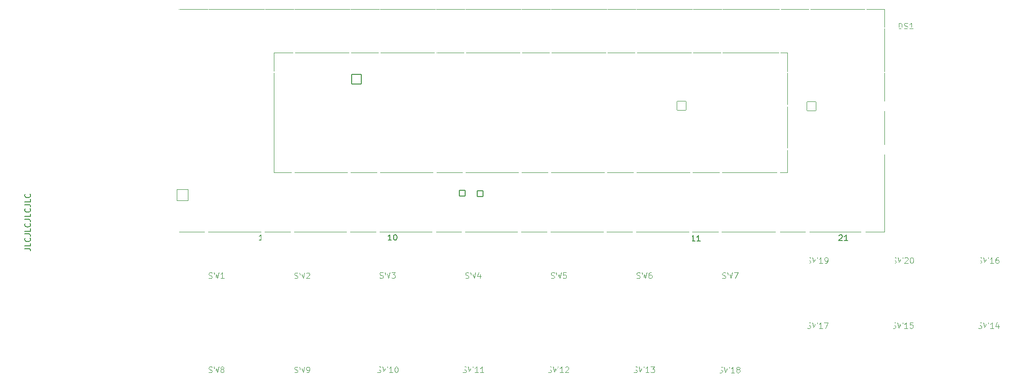
<source format=gbr>
%TF.GenerationSoftware,KiCad,Pcbnew,8.0.5*%
%TF.CreationDate,2024-09-30T13:59:48-07:00*%
%TF.ProjectId,combo_board,636f6d62-6f5f-4626-9f61-72642e6b6963,1*%
%TF.SameCoordinates,Original*%
%TF.FileFunction,Legend,Top*%
%TF.FilePolarity,Positive*%
%FSLAX46Y46*%
G04 Gerber Fmt 4.6, Leading zero omitted, Abs format (unit mm)*
G04 Created by KiCad (PCBNEW 8.0.5) date 2024-09-30 13:59:48*
%MOMM*%
%LPD*%
G01*
G04 APERTURE LIST*
G04 Aperture macros list*
%AMRoundRect*
0 Rectangle with rounded corners*
0 $1 Rounding radius*
0 $2 $3 $4 $5 $6 $7 $8 $9 X,Y pos of 4 corners*
0 Add a 4 corners polygon primitive as box body*
4,1,4,$2,$3,$4,$5,$6,$7,$8,$9,$2,$3,0*
0 Add four circle primitives for the rounded corners*
1,1,$1+$1,$2,$3*
1,1,$1+$1,$4,$5*
1,1,$1+$1,$6,$7*
1,1,$1+$1,$8,$9*
0 Add four rect primitives between the rounded corners*
20,1,$1+$1,$2,$3,$4,$5,0*
20,1,$1+$1,$4,$5,$6,$7,0*
20,1,$1+$1,$6,$7,$8,$9,0*
20,1,$1+$1,$8,$9,$2,$3,0*%
%AMFreePoly0*
4,1,59,2.130617,2.940787,2.150490,2.907192,2.151000,2.900055,2.157233,-2.909080,2.142334,-2.945159,2.106288,-2.960135,2.097876,-2.959446,1.934111,-2.932243,1.929152,-2.931163,1.608677,-2.844483,1.603221,-2.842672,1.294538,-2.720476,1.289321,-2.718062,0.996351,-2.561903,0.991438,-2.558917,0.717903,-2.370779,0.713358,-2.367260,0.462734,-2.149534,0.458614,-2.145525,0.234086,-1.900976,
0.230443,-1.896529,0.034862,-1.628266,0.031742,-1.623437,-0.132406,-1.334867,-0.134962,-1.329718,-0.265591,-1.024508,-0.267552,-1.019104,-0.363003,-0.701132,-0.364343,-0.695542,-0.423403,-0.368848,-0.424105,-0.363142,-0.446024,-0.031876,-0.446079,-0.026128,-0.430577,0.305499,-0.429986,0.311218,-0.377261,0.638995,-0.376029,0.644610,-0.286752,0.964370,-0.284897,0.969811,-0.160200,1.277492,
-0.157744,1.282689,0.000786,1.574383,0.003812,1.579272,0.194163,1.851271,0.197719,1.855787,0.417472,2.104637,0.421514,2.108725,0.667876,2.331262,0.672352,2.334869,0.942194,2.528267,0.947048,2.531347,1.236940,2.693148,1.242110,2.695662,1.548370,2.823811,1.553790,2.825728,1.872526,2.918596,1.879600,2.920122,2.092808,2.950490,2.130617,2.940787,2.130617,2.940787,
$1*%
G04 Aperture macros list end*
%ADD10C,0.150000*%
%ADD11C,0.100000*%
%ADD12C,3.225000*%
%ADD13FreePoly0,0.000000*%
%ADD14FreePoly0,180.000000*%
%ADD15O,1.802000X2.102000*%
%ADD16O,1.202000X1.902000*%
%ADD17O,1.202000X2.302000*%
%ADD18RoundRect,0.051000X0.850000X0.850000X-0.850000X0.850000X-0.850000X-0.850000X0.850000X-0.850000X0*%
%ADD19O,1.802000X1.802000*%
%ADD20RoundRect,0.051000X1.000000X-1.000000X1.000000X1.000000X-1.000000X1.000000X-1.000000X-1.000000X0*%
%ADD21C,2.102000*%
%ADD22C,3.102000*%
%ADD23RoundRect,0.051000X-0.800000X0.800000X-0.800000X-0.800000X0.800000X-0.800000X0.800000X0.800000X0*%
%ADD24O,1.702000X1.702000*%
%ADD25RoundRect,0.051000X0.500000X0.500000X-0.500000X0.500000X-0.500000X-0.500000X0.500000X-0.500000X0*%
G04 APERTURE END LIST*
D10*
X132600588Y32942864D02*
X132029160Y32942864D01*
X132314874Y32942864D02*
X132314874Y33942864D01*
X132314874Y33942864D02*
X132219636Y33800007D01*
X132219636Y33800007D02*
X132124398Y33704769D01*
X132124398Y33704769D02*
X132029160Y33657150D01*
X133552969Y32942864D02*
X132981541Y32942864D01*
X133267255Y32942864D02*
X133267255Y33942864D01*
X133267255Y33942864D02*
X133172017Y33800007D01*
X133172017Y33800007D02*
X133076779Y33704769D01*
X133076779Y33704769D02*
X132981541Y33657150D01*
X15149819Y31622494D02*
X15864104Y31622494D01*
X15864104Y31622494D02*
X16006961Y31574875D01*
X16006961Y31574875D02*
X16102200Y31479637D01*
X16102200Y31479637D02*
X16149819Y31336780D01*
X16149819Y31336780D02*
X16149819Y31241542D01*
X16149819Y32574875D02*
X16149819Y32098685D01*
X16149819Y32098685D02*
X15149819Y32098685D01*
X16054580Y33479637D02*
X16102200Y33432018D01*
X16102200Y33432018D02*
X16149819Y33289161D01*
X16149819Y33289161D02*
X16149819Y33193923D01*
X16149819Y33193923D02*
X16102200Y33051066D01*
X16102200Y33051066D02*
X16006961Y32955828D01*
X16006961Y32955828D02*
X15911723Y32908209D01*
X15911723Y32908209D02*
X15721247Y32860590D01*
X15721247Y32860590D02*
X15578390Y32860590D01*
X15578390Y32860590D02*
X15387914Y32908209D01*
X15387914Y32908209D02*
X15292676Y32955828D01*
X15292676Y32955828D02*
X15197438Y33051066D01*
X15197438Y33051066D02*
X15149819Y33193923D01*
X15149819Y33193923D02*
X15149819Y33289161D01*
X15149819Y33289161D02*
X15197438Y33432018D01*
X15197438Y33432018D02*
X15245057Y33479637D01*
X15149819Y34193923D02*
X15864104Y34193923D01*
X15864104Y34193923D02*
X16006961Y34146304D01*
X16006961Y34146304D02*
X16102200Y34051066D01*
X16102200Y34051066D02*
X16149819Y33908209D01*
X16149819Y33908209D02*
X16149819Y33812971D01*
X16149819Y35146304D02*
X16149819Y34670114D01*
X16149819Y34670114D02*
X15149819Y34670114D01*
X16054580Y36051066D02*
X16102200Y36003447D01*
X16102200Y36003447D02*
X16149819Y35860590D01*
X16149819Y35860590D02*
X16149819Y35765352D01*
X16149819Y35765352D02*
X16102200Y35622495D01*
X16102200Y35622495D02*
X16006961Y35527257D01*
X16006961Y35527257D02*
X15911723Y35479638D01*
X15911723Y35479638D02*
X15721247Y35432019D01*
X15721247Y35432019D02*
X15578390Y35432019D01*
X15578390Y35432019D02*
X15387914Y35479638D01*
X15387914Y35479638D02*
X15292676Y35527257D01*
X15292676Y35527257D02*
X15197438Y35622495D01*
X15197438Y35622495D02*
X15149819Y35765352D01*
X15149819Y35765352D02*
X15149819Y35860590D01*
X15149819Y35860590D02*
X15197438Y36003447D01*
X15197438Y36003447D02*
X15245057Y36051066D01*
X15149819Y36765352D02*
X15864104Y36765352D01*
X15864104Y36765352D02*
X16006961Y36717733D01*
X16006961Y36717733D02*
X16102200Y36622495D01*
X16102200Y36622495D02*
X16149819Y36479638D01*
X16149819Y36479638D02*
X16149819Y36384400D01*
X16149819Y37717733D02*
X16149819Y37241543D01*
X16149819Y37241543D02*
X15149819Y37241543D01*
X16054580Y38622495D02*
X16102200Y38574876D01*
X16102200Y38574876D02*
X16149819Y38432019D01*
X16149819Y38432019D02*
X16149819Y38336781D01*
X16149819Y38336781D02*
X16102200Y38193924D01*
X16102200Y38193924D02*
X16006961Y38098686D01*
X16006961Y38098686D02*
X15911723Y38051067D01*
X15911723Y38051067D02*
X15721247Y38003448D01*
X15721247Y38003448D02*
X15578390Y38003448D01*
X15578390Y38003448D02*
X15387914Y38051067D01*
X15387914Y38051067D02*
X15292676Y38098686D01*
X15292676Y38098686D02*
X15197438Y38193924D01*
X15197438Y38193924D02*
X15149819Y38336781D01*
X15149819Y38336781D02*
X15149819Y38432019D01*
X15149819Y38432019D02*
X15197438Y38574876D01*
X15197438Y38574876D02*
X15245057Y38622495D01*
X15149819Y39336781D02*
X15864104Y39336781D01*
X15864104Y39336781D02*
X16006961Y39289162D01*
X16006961Y39289162D02*
X16102200Y39193924D01*
X16102200Y39193924D02*
X16149819Y39051067D01*
X16149819Y39051067D02*
X16149819Y38955829D01*
X16149819Y40289162D02*
X16149819Y39812972D01*
X16149819Y39812972D02*
X15149819Y39812972D01*
X16054580Y41193924D02*
X16102200Y41146305D01*
X16102200Y41146305D02*
X16149819Y41003448D01*
X16149819Y41003448D02*
X16149819Y40908210D01*
X16149819Y40908210D02*
X16102200Y40765353D01*
X16102200Y40765353D02*
X16006961Y40670115D01*
X16006961Y40670115D02*
X15911723Y40622496D01*
X15911723Y40622496D02*
X15721247Y40574877D01*
X15721247Y40574877D02*
X15578390Y40574877D01*
X15578390Y40574877D02*
X15387914Y40622496D01*
X15387914Y40622496D02*
X15292676Y40670115D01*
X15292676Y40670115D02*
X15197438Y40765353D01*
X15197438Y40765353D02*
X15149819Y40908210D01*
X15149819Y40908210D02*
X15149819Y41003448D01*
X15149819Y41003448D02*
X15197438Y41146305D01*
X15197438Y41146305D02*
X15245057Y41193924D01*
X56870588Y33102864D02*
X56299160Y33102864D01*
X56584874Y33102864D02*
X56584874Y34102864D01*
X56584874Y34102864D02*
X56489636Y33960007D01*
X56489636Y33960007D02*
X56394398Y33864769D01*
X56394398Y33864769D02*
X56299160Y33817150D01*
X157869160Y33927626D02*
X157916779Y33975245D01*
X157916779Y33975245D02*
X158012017Y34022864D01*
X158012017Y34022864D02*
X158250112Y34022864D01*
X158250112Y34022864D02*
X158345350Y33975245D01*
X158345350Y33975245D02*
X158392969Y33927626D01*
X158392969Y33927626D02*
X158440588Y33832388D01*
X158440588Y33832388D02*
X158440588Y33737150D01*
X158440588Y33737150D02*
X158392969Y33594293D01*
X158392969Y33594293D02*
X157821541Y33022864D01*
X157821541Y33022864D02*
X158440588Y33022864D01*
X159392969Y33022864D02*
X158821541Y33022864D01*
X159107255Y33022864D02*
X159107255Y34022864D01*
X159107255Y34022864D02*
X159012017Y33880007D01*
X159012017Y33880007D02*
X158916779Y33784769D01*
X158916779Y33784769D02*
X158821541Y33737150D01*
X79410588Y33102864D02*
X78839160Y33102864D01*
X79124874Y33102864D02*
X79124874Y34102864D01*
X79124874Y34102864D02*
X79029636Y33960007D01*
X79029636Y33960007D02*
X78934398Y33864769D01*
X78934398Y33864769D02*
X78839160Y33817150D01*
X80029636Y34102864D02*
X80124874Y34102864D01*
X80124874Y34102864D02*
X80220112Y34055245D01*
X80220112Y34055245D02*
X80267731Y34007626D01*
X80267731Y34007626D02*
X80315350Y33912388D01*
X80315350Y33912388D02*
X80362969Y33721912D01*
X80362969Y33721912D02*
X80362969Y33483817D01*
X80362969Y33483817D02*
X80315350Y33293341D01*
X80315350Y33293341D02*
X80267731Y33198103D01*
X80267731Y33198103D02*
X80220112Y33150483D01*
X80220112Y33150483D02*
X80124874Y33102864D01*
X80124874Y33102864D02*
X80029636Y33102864D01*
X80029636Y33102864D02*
X79934398Y33150483D01*
X79934398Y33150483D02*
X79886779Y33198103D01*
X79886779Y33198103D02*
X79839160Y33293341D01*
X79839160Y33293341D02*
X79791541Y33483817D01*
X79791541Y33483817D02*
X79791541Y33721912D01*
X79791541Y33721912D02*
X79839160Y33912388D01*
X79839160Y33912388D02*
X79886779Y34007626D01*
X79886779Y34007626D02*
X79934398Y34055245D01*
X79934398Y34055245D02*
X80029636Y34102864D01*
D11*
X136850476Y9932900D02*
X136993333Y9885281D01*
X136993333Y9885281D02*
X137231428Y9885281D01*
X137231428Y9885281D02*
X137326666Y9932900D01*
X137326666Y9932900D02*
X137374285Y9980520D01*
X137374285Y9980520D02*
X137421904Y10075758D01*
X137421904Y10075758D02*
X137421904Y10170996D01*
X137421904Y10170996D02*
X137374285Y10266234D01*
X137374285Y10266234D02*
X137326666Y10313853D01*
X137326666Y10313853D02*
X137231428Y10361472D01*
X137231428Y10361472D02*
X137040952Y10409091D01*
X137040952Y10409091D02*
X136945714Y10456710D01*
X136945714Y10456710D02*
X136898095Y10504329D01*
X136898095Y10504329D02*
X136850476Y10599567D01*
X136850476Y10599567D02*
X136850476Y10694805D01*
X136850476Y10694805D02*
X136898095Y10790043D01*
X136898095Y10790043D02*
X136945714Y10837662D01*
X136945714Y10837662D02*
X137040952Y10885281D01*
X137040952Y10885281D02*
X137279047Y10885281D01*
X137279047Y10885281D02*
X137421904Y10837662D01*
X137755238Y10885281D02*
X137993333Y9885281D01*
X137993333Y9885281D02*
X138183809Y10599567D01*
X138183809Y10599567D02*
X138374285Y9885281D01*
X138374285Y9885281D02*
X138612381Y10885281D01*
X139517142Y9885281D02*
X138945714Y9885281D01*
X139231428Y9885281D02*
X139231428Y10885281D01*
X139231428Y10885281D02*
X139136190Y10742424D01*
X139136190Y10742424D02*
X139040952Y10647186D01*
X139040952Y10647186D02*
X138945714Y10599567D01*
X140088571Y10456710D02*
X139993333Y10504329D01*
X139993333Y10504329D02*
X139945714Y10551948D01*
X139945714Y10551948D02*
X139898095Y10647186D01*
X139898095Y10647186D02*
X139898095Y10694805D01*
X139898095Y10694805D02*
X139945714Y10790043D01*
X139945714Y10790043D02*
X139993333Y10837662D01*
X139993333Y10837662D02*
X140088571Y10885281D01*
X140088571Y10885281D02*
X140279047Y10885281D01*
X140279047Y10885281D02*
X140374285Y10837662D01*
X140374285Y10837662D02*
X140421904Y10790043D01*
X140421904Y10790043D02*
X140469523Y10694805D01*
X140469523Y10694805D02*
X140469523Y10647186D01*
X140469523Y10647186D02*
X140421904Y10551948D01*
X140421904Y10551948D02*
X140374285Y10504329D01*
X140374285Y10504329D02*
X140279047Y10456710D01*
X140279047Y10456710D02*
X140088571Y10456710D01*
X140088571Y10456710D02*
X139993333Y10409091D01*
X139993333Y10409091D02*
X139945714Y10361472D01*
X139945714Y10361472D02*
X139898095Y10266234D01*
X139898095Y10266234D02*
X139898095Y10075758D01*
X139898095Y10075758D02*
X139945714Y9980520D01*
X139945714Y9980520D02*
X139993333Y9932900D01*
X139993333Y9932900D02*
X140088571Y9885281D01*
X140088571Y9885281D02*
X140279047Y9885281D01*
X140279047Y9885281D02*
X140374285Y9932900D01*
X140374285Y9932900D02*
X140421904Y9980520D01*
X140421904Y9980520D02*
X140469523Y10075758D01*
X140469523Y10075758D02*
X140469523Y10266234D01*
X140469523Y10266234D02*
X140421904Y10361472D01*
X140421904Y10361472D02*
X140374285Y10409091D01*
X140374285Y10409091D02*
X140279047Y10456710D01*
X76930476Y9962900D02*
X77073333Y9915281D01*
X77073333Y9915281D02*
X77311428Y9915281D01*
X77311428Y9915281D02*
X77406666Y9962900D01*
X77406666Y9962900D02*
X77454285Y10010520D01*
X77454285Y10010520D02*
X77501904Y10105758D01*
X77501904Y10105758D02*
X77501904Y10200996D01*
X77501904Y10200996D02*
X77454285Y10296234D01*
X77454285Y10296234D02*
X77406666Y10343853D01*
X77406666Y10343853D02*
X77311428Y10391472D01*
X77311428Y10391472D02*
X77120952Y10439091D01*
X77120952Y10439091D02*
X77025714Y10486710D01*
X77025714Y10486710D02*
X76978095Y10534329D01*
X76978095Y10534329D02*
X76930476Y10629567D01*
X76930476Y10629567D02*
X76930476Y10724805D01*
X76930476Y10724805D02*
X76978095Y10820043D01*
X76978095Y10820043D02*
X77025714Y10867662D01*
X77025714Y10867662D02*
X77120952Y10915281D01*
X77120952Y10915281D02*
X77359047Y10915281D01*
X77359047Y10915281D02*
X77501904Y10867662D01*
X77835238Y10915281D02*
X78073333Y9915281D01*
X78073333Y9915281D02*
X78263809Y10629567D01*
X78263809Y10629567D02*
X78454285Y9915281D01*
X78454285Y9915281D02*
X78692381Y10915281D01*
X79597142Y9915281D02*
X79025714Y9915281D01*
X79311428Y9915281D02*
X79311428Y10915281D01*
X79311428Y10915281D02*
X79216190Y10772424D01*
X79216190Y10772424D02*
X79120952Y10677186D01*
X79120952Y10677186D02*
X79025714Y10629567D01*
X80216190Y10915281D02*
X80311428Y10915281D01*
X80311428Y10915281D02*
X80406666Y10867662D01*
X80406666Y10867662D02*
X80454285Y10820043D01*
X80454285Y10820043D02*
X80501904Y10724805D01*
X80501904Y10724805D02*
X80549523Y10534329D01*
X80549523Y10534329D02*
X80549523Y10296234D01*
X80549523Y10296234D02*
X80501904Y10105758D01*
X80501904Y10105758D02*
X80454285Y10010520D01*
X80454285Y10010520D02*
X80406666Y9962900D01*
X80406666Y9962900D02*
X80311428Y9915281D01*
X80311428Y9915281D02*
X80216190Y9915281D01*
X80216190Y9915281D02*
X80120952Y9962900D01*
X80120952Y9962900D02*
X80073333Y10010520D01*
X80073333Y10010520D02*
X80025714Y10105758D01*
X80025714Y10105758D02*
X79978095Y10296234D01*
X79978095Y10296234D02*
X79978095Y10534329D01*
X79978095Y10534329D02*
X80025714Y10724805D01*
X80025714Y10724805D02*
X80073333Y10820043D01*
X80073333Y10820043D02*
X80120952Y10867662D01*
X80120952Y10867662D02*
X80216190Y10915281D01*
X137416667Y26472900D02*
X137559524Y26425281D01*
X137559524Y26425281D02*
X137797619Y26425281D01*
X137797619Y26425281D02*
X137892857Y26472900D01*
X137892857Y26472900D02*
X137940476Y26520520D01*
X137940476Y26520520D02*
X137988095Y26615758D01*
X137988095Y26615758D02*
X137988095Y26710996D01*
X137988095Y26710996D02*
X137940476Y26806234D01*
X137940476Y26806234D02*
X137892857Y26853853D01*
X137892857Y26853853D02*
X137797619Y26901472D01*
X137797619Y26901472D02*
X137607143Y26949091D01*
X137607143Y26949091D02*
X137511905Y26996710D01*
X137511905Y26996710D02*
X137464286Y27044329D01*
X137464286Y27044329D02*
X137416667Y27139567D01*
X137416667Y27139567D02*
X137416667Y27234805D01*
X137416667Y27234805D02*
X137464286Y27330043D01*
X137464286Y27330043D02*
X137511905Y27377662D01*
X137511905Y27377662D02*
X137607143Y27425281D01*
X137607143Y27425281D02*
X137845238Y27425281D01*
X137845238Y27425281D02*
X137988095Y27377662D01*
X138321429Y27425281D02*
X138559524Y26425281D01*
X138559524Y26425281D02*
X138750000Y27139567D01*
X138750000Y27139567D02*
X138940476Y26425281D01*
X138940476Y26425281D02*
X139178572Y27425281D01*
X139464286Y27425281D02*
X140130952Y27425281D01*
X140130952Y27425281D02*
X139702381Y26425281D01*
X62406667Y26462900D02*
X62549524Y26415281D01*
X62549524Y26415281D02*
X62787619Y26415281D01*
X62787619Y26415281D02*
X62882857Y26462900D01*
X62882857Y26462900D02*
X62930476Y26510520D01*
X62930476Y26510520D02*
X62978095Y26605758D01*
X62978095Y26605758D02*
X62978095Y26700996D01*
X62978095Y26700996D02*
X62930476Y26796234D01*
X62930476Y26796234D02*
X62882857Y26843853D01*
X62882857Y26843853D02*
X62787619Y26891472D01*
X62787619Y26891472D02*
X62597143Y26939091D01*
X62597143Y26939091D02*
X62501905Y26986710D01*
X62501905Y26986710D02*
X62454286Y27034329D01*
X62454286Y27034329D02*
X62406667Y27129567D01*
X62406667Y27129567D02*
X62406667Y27224805D01*
X62406667Y27224805D02*
X62454286Y27320043D01*
X62454286Y27320043D02*
X62501905Y27367662D01*
X62501905Y27367662D02*
X62597143Y27415281D01*
X62597143Y27415281D02*
X62835238Y27415281D01*
X62835238Y27415281D02*
X62978095Y27367662D01*
X63311429Y27415281D02*
X63549524Y26415281D01*
X63549524Y26415281D02*
X63740000Y27129567D01*
X63740000Y27129567D02*
X63930476Y26415281D01*
X63930476Y26415281D02*
X64168572Y27415281D01*
X64501905Y27320043D02*
X64549524Y27367662D01*
X64549524Y27367662D02*
X64644762Y27415281D01*
X64644762Y27415281D02*
X64882857Y27415281D01*
X64882857Y27415281D02*
X64978095Y27367662D01*
X64978095Y27367662D02*
X65025714Y27320043D01*
X65025714Y27320043D02*
X65073333Y27224805D01*
X65073333Y27224805D02*
X65073333Y27129567D01*
X65073333Y27129567D02*
X65025714Y26986710D01*
X65025714Y26986710D02*
X64454286Y26415281D01*
X64454286Y26415281D02*
X65073333Y26415281D01*
X152280476Y29112900D02*
X152423333Y29065281D01*
X152423333Y29065281D02*
X152661428Y29065281D01*
X152661428Y29065281D02*
X152756666Y29112900D01*
X152756666Y29112900D02*
X152804285Y29160520D01*
X152804285Y29160520D02*
X152851904Y29255758D01*
X152851904Y29255758D02*
X152851904Y29350996D01*
X152851904Y29350996D02*
X152804285Y29446234D01*
X152804285Y29446234D02*
X152756666Y29493853D01*
X152756666Y29493853D02*
X152661428Y29541472D01*
X152661428Y29541472D02*
X152470952Y29589091D01*
X152470952Y29589091D02*
X152375714Y29636710D01*
X152375714Y29636710D02*
X152328095Y29684329D01*
X152328095Y29684329D02*
X152280476Y29779567D01*
X152280476Y29779567D02*
X152280476Y29874805D01*
X152280476Y29874805D02*
X152328095Y29970043D01*
X152328095Y29970043D02*
X152375714Y30017662D01*
X152375714Y30017662D02*
X152470952Y30065281D01*
X152470952Y30065281D02*
X152709047Y30065281D01*
X152709047Y30065281D02*
X152851904Y30017662D01*
X153185238Y30065281D02*
X153423333Y29065281D01*
X153423333Y29065281D02*
X153613809Y29779567D01*
X153613809Y29779567D02*
X153804285Y29065281D01*
X153804285Y29065281D02*
X154042381Y30065281D01*
X154947142Y29065281D02*
X154375714Y29065281D01*
X154661428Y29065281D02*
X154661428Y30065281D01*
X154661428Y30065281D02*
X154566190Y29922424D01*
X154566190Y29922424D02*
X154470952Y29827186D01*
X154470952Y29827186D02*
X154375714Y29779567D01*
X155423333Y29065281D02*
X155613809Y29065281D01*
X155613809Y29065281D02*
X155709047Y29112900D01*
X155709047Y29112900D02*
X155756666Y29160520D01*
X155756666Y29160520D02*
X155851904Y29303377D01*
X155851904Y29303377D02*
X155899523Y29493853D01*
X155899523Y29493853D02*
X155899523Y29874805D01*
X155899523Y29874805D02*
X155851904Y29970043D01*
X155851904Y29970043D02*
X155804285Y30017662D01*
X155804285Y30017662D02*
X155709047Y30065281D01*
X155709047Y30065281D02*
X155518571Y30065281D01*
X155518571Y30065281D02*
X155423333Y30017662D01*
X155423333Y30017662D02*
X155375714Y29970043D01*
X155375714Y29970043D02*
X155328095Y29874805D01*
X155328095Y29874805D02*
X155328095Y29636710D01*
X155328095Y29636710D02*
X155375714Y29541472D01*
X155375714Y29541472D02*
X155423333Y29493853D01*
X155423333Y29493853D02*
X155518571Y29446234D01*
X155518571Y29446234D02*
X155709047Y29446234D01*
X155709047Y29446234D02*
X155804285Y29493853D01*
X155804285Y29493853D02*
X155851904Y29541472D01*
X155851904Y29541472D02*
X155899523Y29636710D01*
X121880476Y9962900D02*
X122023333Y9915281D01*
X122023333Y9915281D02*
X122261428Y9915281D01*
X122261428Y9915281D02*
X122356666Y9962900D01*
X122356666Y9962900D02*
X122404285Y10010520D01*
X122404285Y10010520D02*
X122451904Y10105758D01*
X122451904Y10105758D02*
X122451904Y10200996D01*
X122451904Y10200996D02*
X122404285Y10296234D01*
X122404285Y10296234D02*
X122356666Y10343853D01*
X122356666Y10343853D02*
X122261428Y10391472D01*
X122261428Y10391472D02*
X122070952Y10439091D01*
X122070952Y10439091D02*
X121975714Y10486710D01*
X121975714Y10486710D02*
X121928095Y10534329D01*
X121928095Y10534329D02*
X121880476Y10629567D01*
X121880476Y10629567D02*
X121880476Y10724805D01*
X121880476Y10724805D02*
X121928095Y10820043D01*
X121928095Y10820043D02*
X121975714Y10867662D01*
X121975714Y10867662D02*
X122070952Y10915281D01*
X122070952Y10915281D02*
X122309047Y10915281D01*
X122309047Y10915281D02*
X122451904Y10867662D01*
X122785238Y10915281D02*
X123023333Y9915281D01*
X123023333Y9915281D02*
X123213809Y10629567D01*
X123213809Y10629567D02*
X123404285Y9915281D01*
X123404285Y9915281D02*
X123642381Y10915281D01*
X124547142Y9915281D02*
X123975714Y9915281D01*
X124261428Y9915281D02*
X124261428Y10915281D01*
X124261428Y10915281D02*
X124166190Y10772424D01*
X124166190Y10772424D02*
X124070952Y10677186D01*
X124070952Y10677186D02*
X123975714Y10629567D01*
X124880476Y10915281D02*
X125499523Y10915281D01*
X125499523Y10915281D02*
X125166190Y10534329D01*
X125166190Y10534329D02*
X125309047Y10534329D01*
X125309047Y10534329D02*
X125404285Y10486710D01*
X125404285Y10486710D02*
X125451904Y10439091D01*
X125451904Y10439091D02*
X125499523Y10343853D01*
X125499523Y10343853D02*
X125499523Y10105758D01*
X125499523Y10105758D02*
X125451904Y10010520D01*
X125451904Y10010520D02*
X125404285Y9962900D01*
X125404285Y9962900D02*
X125309047Y9915281D01*
X125309047Y9915281D02*
X125023333Y9915281D01*
X125023333Y9915281D02*
X124928095Y9962900D01*
X124928095Y9962900D02*
X124880476Y10010520D01*
X77376667Y26512900D02*
X77519524Y26465281D01*
X77519524Y26465281D02*
X77757619Y26465281D01*
X77757619Y26465281D02*
X77852857Y26512900D01*
X77852857Y26512900D02*
X77900476Y26560520D01*
X77900476Y26560520D02*
X77948095Y26655758D01*
X77948095Y26655758D02*
X77948095Y26750996D01*
X77948095Y26750996D02*
X77900476Y26846234D01*
X77900476Y26846234D02*
X77852857Y26893853D01*
X77852857Y26893853D02*
X77757619Y26941472D01*
X77757619Y26941472D02*
X77567143Y26989091D01*
X77567143Y26989091D02*
X77471905Y27036710D01*
X77471905Y27036710D02*
X77424286Y27084329D01*
X77424286Y27084329D02*
X77376667Y27179567D01*
X77376667Y27179567D02*
X77376667Y27274805D01*
X77376667Y27274805D02*
X77424286Y27370043D01*
X77424286Y27370043D02*
X77471905Y27417662D01*
X77471905Y27417662D02*
X77567143Y27465281D01*
X77567143Y27465281D02*
X77805238Y27465281D01*
X77805238Y27465281D02*
X77948095Y27417662D01*
X78281429Y27465281D02*
X78519524Y26465281D01*
X78519524Y26465281D02*
X78710000Y27179567D01*
X78710000Y27179567D02*
X78900476Y26465281D01*
X78900476Y26465281D02*
X79138572Y27465281D01*
X79424286Y27465281D02*
X80043333Y27465281D01*
X80043333Y27465281D02*
X79710000Y27084329D01*
X79710000Y27084329D02*
X79852857Y27084329D01*
X79852857Y27084329D02*
X79948095Y27036710D01*
X79948095Y27036710D02*
X79995714Y26989091D01*
X79995714Y26989091D02*
X80043333Y26893853D01*
X80043333Y26893853D02*
X80043333Y26655758D01*
X80043333Y26655758D02*
X79995714Y26560520D01*
X79995714Y26560520D02*
X79948095Y26512900D01*
X79948095Y26512900D02*
X79852857Y26465281D01*
X79852857Y26465281D02*
X79567143Y26465281D01*
X79567143Y26465281D02*
X79471905Y26512900D01*
X79471905Y26512900D02*
X79424286Y26560520D01*
X182260476Y29112900D02*
X182403333Y29065281D01*
X182403333Y29065281D02*
X182641428Y29065281D01*
X182641428Y29065281D02*
X182736666Y29112900D01*
X182736666Y29112900D02*
X182784285Y29160520D01*
X182784285Y29160520D02*
X182831904Y29255758D01*
X182831904Y29255758D02*
X182831904Y29350996D01*
X182831904Y29350996D02*
X182784285Y29446234D01*
X182784285Y29446234D02*
X182736666Y29493853D01*
X182736666Y29493853D02*
X182641428Y29541472D01*
X182641428Y29541472D02*
X182450952Y29589091D01*
X182450952Y29589091D02*
X182355714Y29636710D01*
X182355714Y29636710D02*
X182308095Y29684329D01*
X182308095Y29684329D02*
X182260476Y29779567D01*
X182260476Y29779567D02*
X182260476Y29874805D01*
X182260476Y29874805D02*
X182308095Y29970043D01*
X182308095Y29970043D02*
X182355714Y30017662D01*
X182355714Y30017662D02*
X182450952Y30065281D01*
X182450952Y30065281D02*
X182689047Y30065281D01*
X182689047Y30065281D02*
X182831904Y30017662D01*
X183165238Y30065281D02*
X183403333Y29065281D01*
X183403333Y29065281D02*
X183593809Y29779567D01*
X183593809Y29779567D02*
X183784285Y29065281D01*
X183784285Y29065281D02*
X184022381Y30065281D01*
X184927142Y29065281D02*
X184355714Y29065281D01*
X184641428Y29065281D02*
X184641428Y30065281D01*
X184641428Y30065281D02*
X184546190Y29922424D01*
X184546190Y29922424D02*
X184450952Y29827186D01*
X184450952Y29827186D02*
X184355714Y29779567D01*
X185784285Y30065281D02*
X185593809Y30065281D01*
X185593809Y30065281D02*
X185498571Y30017662D01*
X185498571Y30017662D02*
X185450952Y29970043D01*
X185450952Y29970043D02*
X185355714Y29827186D01*
X185355714Y29827186D02*
X185308095Y29636710D01*
X185308095Y29636710D02*
X185308095Y29255758D01*
X185308095Y29255758D02*
X185355714Y29160520D01*
X185355714Y29160520D02*
X185403333Y29112900D01*
X185403333Y29112900D02*
X185498571Y29065281D01*
X185498571Y29065281D02*
X185689047Y29065281D01*
X185689047Y29065281D02*
X185784285Y29112900D01*
X185784285Y29112900D02*
X185831904Y29160520D01*
X185831904Y29160520D02*
X185879523Y29255758D01*
X185879523Y29255758D02*
X185879523Y29493853D01*
X185879523Y29493853D02*
X185831904Y29589091D01*
X185831904Y29589091D02*
X185784285Y29636710D01*
X185784285Y29636710D02*
X185689047Y29684329D01*
X185689047Y29684329D02*
X185498571Y29684329D01*
X185498571Y29684329D02*
X185403333Y29636710D01*
X185403333Y29636710D02*
X185355714Y29589091D01*
X185355714Y29589091D02*
X185308095Y29493853D01*
X47386667Y26470200D02*
X47529524Y26422581D01*
X47529524Y26422581D02*
X47767619Y26422581D01*
X47767619Y26422581D02*
X47862857Y26470200D01*
X47862857Y26470200D02*
X47910476Y26517820D01*
X47910476Y26517820D02*
X47958095Y26613058D01*
X47958095Y26613058D02*
X47958095Y26708296D01*
X47958095Y26708296D02*
X47910476Y26803534D01*
X47910476Y26803534D02*
X47862857Y26851153D01*
X47862857Y26851153D02*
X47767619Y26898772D01*
X47767619Y26898772D02*
X47577143Y26946391D01*
X47577143Y26946391D02*
X47481905Y26994010D01*
X47481905Y26994010D02*
X47434286Y27041629D01*
X47434286Y27041629D02*
X47386667Y27136867D01*
X47386667Y27136867D02*
X47386667Y27232105D01*
X47386667Y27232105D02*
X47434286Y27327343D01*
X47434286Y27327343D02*
X47481905Y27374962D01*
X47481905Y27374962D02*
X47577143Y27422581D01*
X47577143Y27422581D02*
X47815238Y27422581D01*
X47815238Y27422581D02*
X47958095Y27374962D01*
X48291429Y27422581D02*
X48529524Y26422581D01*
X48529524Y26422581D02*
X48720000Y27136867D01*
X48720000Y27136867D02*
X48910476Y26422581D01*
X48910476Y26422581D02*
X49148572Y27422581D01*
X50053333Y26422581D02*
X49481905Y26422581D01*
X49767619Y26422581D02*
X49767619Y27422581D01*
X49767619Y27422581D02*
X49672381Y27279724D01*
X49672381Y27279724D02*
X49577143Y27184486D01*
X49577143Y27184486D02*
X49481905Y27136867D01*
X122396667Y26482900D02*
X122539524Y26435281D01*
X122539524Y26435281D02*
X122777619Y26435281D01*
X122777619Y26435281D02*
X122872857Y26482900D01*
X122872857Y26482900D02*
X122920476Y26530520D01*
X122920476Y26530520D02*
X122968095Y26625758D01*
X122968095Y26625758D02*
X122968095Y26720996D01*
X122968095Y26720996D02*
X122920476Y26816234D01*
X122920476Y26816234D02*
X122872857Y26863853D01*
X122872857Y26863853D02*
X122777619Y26911472D01*
X122777619Y26911472D02*
X122587143Y26959091D01*
X122587143Y26959091D02*
X122491905Y27006710D01*
X122491905Y27006710D02*
X122444286Y27054329D01*
X122444286Y27054329D02*
X122396667Y27149567D01*
X122396667Y27149567D02*
X122396667Y27244805D01*
X122396667Y27244805D02*
X122444286Y27340043D01*
X122444286Y27340043D02*
X122491905Y27387662D01*
X122491905Y27387662D02*
X122587143Y27435281D01*
X122587143Y27435281D02*
X122825238Y27435281D01*
X122825238Y27435281D02*
X122968095Y27387662D01*
X123301429Y27435281D02*
X123539524Y26435281D01*
X123539524Y26435281D02*
X123730000Y27149567D01*
X123730000Y27149567D02*
X123920476Y26435281D01*
X123920476Y26435281D02*
X124158572Y27435281D01*
X124968095Y27435281D02*
X124777619Y27435281D01*
X124777619Y27435281D02*
X124682381Y27387662D01*
X124682381Y27387662D02*
X124634762Y27340043D01*
X124634762Y27340043D02*
X124539524Y27197186D01*
X124539524Y27197186D02*
X124491905Y27006710D01*
X124491905Y27006710D02*
X124491905Y26625758D01*
X124491905Y26625758D02*
X124539524Y26530520D01*
X124539524Y26530520D02*
X124587143Y26482900D01*
X124587143Y26482900D02*
X124682381Y26435281D01*
X124682381Y26435281D02*
X124872857Y26435281D01*
X124872857Y26435281D02*
X124968095Y26482900D01*
X124968095Y26482900D02*
X125015714Y26530520D01*
X125015714Y26530520D02*
X125063333Y26625758D01*
X125063333Y26625758D02*
X125063333Y26863853D01*
X125063333Y26863853D02*
X125015714Y26959091D01*
X125015714Y26959091D02*
X124968095Y27006710D01*
X124968095Y27006710D02*
X124872857Y27054329D01*
X124872857Y27054329D02*
X124682381Y27054329D01*
X124682381Y27054329D02*
X124587143Y27006710D01*
X124587143Y27006710D02*
X124539524Y26959091D01*
X124539524Y26959091D02*
X124491905Y26863853D01*
X92386667Y26482900D02*
X92529524Y26435281D01*
X92529524Y26435281D02*
X92767619Y26435281D01*
X92767619Y26435281D02*
X92862857Y26482900D01*
X92862857Y26482900D02*
X92910476Y26530520D01*
X92910476Y26530520D02*
X92958095Y26625758D01*
X92958095Y26625758D02*
X92958095Y26720996D01*
X92958095Y26720996D02*
X92910476Y26816234D01*
X92910476Y26816234D02*
X92862857Y26863853D01*
X92862857Y26863853D02*
X92767619Y26911472D01*
X92767619Y26911472D02*
X92577143Y26959091D01*
X92577143Y26959091D02*
X92481905Y27006710D01*
X92481905Y27006710D02*
X92434286Y27054329D01*
X92434286Y27054329D02*
X92386667Y27149567D01*
X92386667Y27149567D02*
X92386667Y27244805D01*
X92386667Y27244805D02*
X92434286Y27340043D01*
X92434286Y27340043D02*
X92481905Y27387662D01*
X92481905Y27387662D02*
X92577143Y27435281D01*
X92577143Y27435281D02*
X92815238Y27435281D01*
X92815238Y27435281D02*
X92958095Y27387662D01*
X93291429Y27435281D02*
X93529524Y26435281D01*
X93529524Y26435281D02*
X93720000Y27149567D01*
X93720000Y27149567D02*
X93910476Y26435281D01*
X93910476Y26435281D02*
X94148572Y27435281D01*
X94958095Y27101948D02*
X94958095Y26435281D01*
X94720000Y27482900D02*
X94481905Y26768615D01*
X94481905Y26768615D02*
X95100952Y26768615D01*
X91950476Y9962900D02*
X92093333Y9915281D01*
X92093333Y9915281D02*
X92331428Y9915281D01*
X92331428Y9915281D02*
X92426666Y9962900D01*
X92426666Y9962900D02*
X92474285Y10010520D01*
X92474285Y10010520D02*
X92521904Y10105758D01*
X92521904Y10105758D02*
X92521904Y10200996D01*
X92521904Y10200996D02*
X92474285Y10296234D01*
X92474285Y10296234D02*
X92426666Y10343853D01*
X92426666Y10343853D02*
X92331428Y10391472D01*
X92331428Y10391472D02*
X92140952Y10439091D01*
X92140952Y10439091D02*
X92045714Y10486710D01*
X92045714Y10486710D02*
X91998095Y10534329D01*
X91998095Y10534329D02*
X91950476Y10629567D01*
X91950476Y10629567D02*
X91950476Y10724805D01*
X91950476Y10724805D02*
X91998095Y10820043D01*
X91998095Y10820043D02*
X92045714Y10867662D01*
X92045714Y10867662D02*
X92140952Y10915281D01*
X92140952Y10915281D02*
X92379047Y10915281D01*
X92379047Y10915281D02*
X92521904Y10867662D01*
X92855238Y10915281D02*
X93093333Y9915281D01*
X93093333Y9915281D02*
X93283809Y10629567D01*
X93283809Y10629567D02*
X93474285Y9915281D01*
X93474285Y9915281D02*
X93712381Y10915281D01*
X94617142Y9915281D02*
X94045714Y9915281D01*
X94331428Y9915281D02*
X94331428Y10915281D01*
X94331428Y10915281D02*
X94236190Y10772424D01*
X94236190Y10772424D02*
X94140952Y10677186D01*
X94140952Y10677186D02*
X94045714Y10629567D01*
X95569523Y9915281D02*
X94998095Y9915281D01*
X95283809Y9915281D02*
X95283809Y10915281D01*
X95283809Y10915281D02*
X95188571Y10772424D01*
X95188571Y10772424D02*
X95093333Y10677186D01*
X95093333Y10677186D02*
X94998095Y10629567D01*
X182290476Y17712900D02*
X182433333Y17665281D01*
X182433333Y17665281D02*
X182671428Y17665281D01*
X182671428Y17665281D02*
X182766666Y17712900D01*
X182766666Y17712900D02*
X182814285Y17760520D01*
X182814285Y17760520D02*
X182861904Y17855758D01*
X182861904Y17855758D02*
X182861904Y17950996D01*
X182861904Y17950996D02*
X182814285Y18046234D01*
X182814285Y18046234D02*
X182766666Y18093853D01*
X182766666Y18093853D02*
X182671428Y18141472D01*
X182671428Y18141472D02*
X182480952Y18189091D01*
X182480952Y18189091D02*
X182385714Y18236710D01*
X182385714Y18236710D02*
X182338095Y18284329D01*
X182338095Y18284329D02*
X182290476Y18379567D01*
X182290476Y18379567D02*
X182290476Y18474805D01*
X182290476Y18474805D02*
X182338095Y18570043D01*
X182338095Y18570043D02*
X182385714Y18617662D01*
X182385714Y18617662D02*
X182480952Y18665281D01*
X182480952Y18665281D02*
X182719047Y18665281D01*
X182719047Y18665281D02*
X182861904Y18617662D01*
X183195238Y18665281D02*
X183433333Y17665281D01*
X183433333Y17665281D02*
X183623809Y18379567D01*
X183623809Y18379567D02*
X183814285Y17665281D01*
X183814285Y17665281D02*
X184052381Y18665281D01*
X184957142Y17665281D02*
X184385714Y17665281D01*
X184671428Y17665281D02*
X184671428Y18665281D01*
X184671428Y18665281D02*
X184576190Y18522424D01*
X184576190Y18522424D02*
X184480952Y18427186D01*
X184480952Y18427186D02*
X184385714Y18379567D01*
X185814285Y18331948D02*
X185814285Y17665281D01*
X185576190Y18712900D02*
X185338095Y17998615D01*
X185338095Y17998615D02*
X185957142Y17998615D01*
X47376667Y9962900D02*
X47519524Y9915281D01*
X47519524Y9915281D02*
X47757619Y9915281D01*
X47757619Y9915281D02*
X47852857Y9962900D01*
X47852857Y9962900D02*
X47900476Y10010520D01*
X47900476Y10010520D02*
X47948095Y10105758D01*
X47948095Y10105758D02*
X47948095Y10200996D01*
X47948095Y10200996D02*
X47900476Y10296234D01*
X47900476Y10296234D02*
X47852857Y10343853D01*
X47852857Y10343853D02*
X47757619Y10391472D01*
X47757619Y10391472D02*
X47567143Y10439091D01*
X47567143Y10439091D02*
X47471905Y10486710D01*
X47471905Y10486710D02*
X47424286Y10534329D01*
X47424286Y10534329D02*
X47376667Y10629567D01*
X47376667Y10629567D02*
X47376667Y10724805D01*
X47376667Y10724805D02*
X47424286Y10820043D01*
X47424286Y10820043D02*
X47471905Y10867662D01*
X47471905Y10867662D02*
X47567143Y10915281D01*
X47567143Y10915281D02*
X47805238Y10915281D01*
X47805238Y10915281D02*
X47948095Y10867662D01*
X48281429Y10915281D02*
X48519524Y9915281D01*
X48519524Y9915281D02*
X48710000Y10629567D01*
X48710000Y10629567D02*
X48900476Y9915281D01*
X48900476Y9915281D02*
X49138572Y10915281D01*
X49662381Y10486710D02*
X49567143Y10534329D01*
X49567143Y10534329D02*
X49519524Y10581948D01*
X49519524Y10581948D02*
X49471905Y10677186D01*
X49471905Y10677186D02*
X49471905Y10724805D01*
X49471905Y10724805D02*
X49519524Y10820043D01*
X49519524Y10820043D02*
X49567143Y10867662D01*
X49567143Y10867662D02*
X49662381Y10915281D01*
X49662381Y10915281D02*
X49852857Y10915281D01*
X49852857Y10915281D02*
X49948095Y10867662D01*
X49948095Y10867662D02*
X49995714Y10820043D01*
X49995714Y10820043D02*
X50043333Y10724805D01*
X50043333Y10724805D02*
X50043333Y10677186D01*
X50043333Y10677186D02*
X49995714Y10581948D01*
X49995714Y10581948D02*
X49948095Y10534329D01*
X49948095Y10534329D02*
X49852857Y10486710D01*
X49852857Y10486710D02*
X49662381Y10486710D01*
X49662381Y10486710D02*
X49567143Y10439091D01*
X49567143Y10439091D02*
X49519524Y10391472D01*
X49519524Y10391472D02*
X49471905Y10296234D01*
X49471905Y10296234D02*
X49471905Y10105758D01*
X49471905Y10105758D02*
X49519524Y10010520D01*
X49519524Y10010520D02*
X49567143Y9962900D01*
X49567143Y9962900D02*
X49662381Y9915281D01*
X49662381Y9915281D02*
X49852857Y9915281D01*
X49852857Y9915281D02*
X49948095Y9962900D01*
X49948095Y9962900D02*
X49995714Y10010520D01*
X49995714Y10010520D02*
X50043333Y10105758D01*
X50043333Y10105758D02*
X50043333Y10296234D01*
X50043333Y10296234D02*
X49995714Y10391472D01*
X49995714Y10391472D02*
X49948095Y10439091D01*
X49948095Y10439091D02*
X49852857Y10486710D01*
X107386667Y26482900D02*
X107529524Y26435281D01*
X107529524Y26435281D02*
X107767619Y26435281D01*
X107767619Y26435281D02*
X107862857Y26482900D01*
X107862857Y26482900D02*
X107910476Y26530520D01*
X107910476Y26530520D02*
X107958095Y26625758D01*
X107958095Y26625758D02*
X107958095Y26720996D01*
X107958095Y26720996D02*
X107910476Y26816234D01*
X107910476Y26816234D02*
X107862857Y26863853D01*
X107862857Y26863853D02*
X107767619Y26911472D01*
X107767619Y26911472D02*
X107577143Y26959091D01*
X107577143Y26959091D02*
X107481905Y27006710D01*
X107481905Y27006710D02*
X107434286Y27054329D01*
X107434286Y27054329D02*
X107386667Y27149567D01*
X107386667Y27149567D02*
X107386667Y27244805D01*
X107386667Y27244805D02*
X107434286Y27340043D01*
X107434286Y27340043D02*
X107481905Y27387662D01*
X107481905Y27387662D02*
X107577143Y27435281D01*
X107577143Y27435281D02*
X107815238Y27435281D01*
X107815238Y27435281D02*
X107958095Y27387662D01*
X108291429Y27435281D02*
X108529524Y26435281D01*
X108529524Y26435281D02*
X108720000Y27149567D01*
X108720000Y27149567D02*
X108910476Y26435281D01*
X108910476Y26435281D02*
X109148572Y27435281D01*
X110005714Y27435281D02*
X109529524Y27435281D01*
X109529524Y27435281D02*
X109481905Y26959091D01*
X109481905Y26959091D02*
X109529524Y27006710D01*
X109529524Y27006710D02*
X109624762Y27054329D01*
X109624762Y27054329D02*
X109862857Y27054329D01*
X109862857Y27054329D02*
X109958095Y27006710D01*
X109958095Y27006710D02*
X110005714Y26959091D01*
X110005714Y26959091D02*
X110053333Y26863853D01*
X110053333Y26863853D02*
X110053333Y26625758D01*
X110053333Y26625758D02*
X110005714Y26530520D01*
X110005714Y26530520D02*
X109958095Y26482900D01*
X109958095Y26482900D02*
X109862857Y26435281D01*
X109862857Y26435281D02*
X109624762Y26435281D01*
X109624762Y26435281D02*
X109529524Y26482900D01*
X109529524Y26482900D02*
X109481905Y26530520D01*
X152280476Y17722900D02*
X152423333Y17675281D01*
X152423333Y17675281D02*
X152661428Y17675281D01*
X152661428Y17675281D02*
X152756666Y17722900D01*
X152756666Y17722900D02*
X152804285Y17770520D01*
X152804285Y17770520D02*
X152851904Y17865758D01*
X152851904Y17865758D02*
X152851904Y17960996D01*
X152851904Y17960996D02*
X152804285Y18056234D01*
X152804285Y18056234D02*
X152756666Y18103853D01*
X152756666Y18103853D02*
X152661428Y18151472D01*
X152661428Y18151472D02*
X152470952Y18199091D01*
X152470952Y18199091D02*
X152375714Y18246710D01*
X152375714Y18246710D02*
X152328095Y18294329D01*
X152328095Y18294329D02*
X152280476Y18389567D01*
X152280476Y18389567D02*
X152280476Y18484805D01*
X152280476Y18484805D02*
X152328095Y18580043D01*
X152328095Y18580043D02*
X152375714Y18627662D01*
X152375714Y18627662D02*
X152470952Y18675281D01*
X152470952Y18675281D02*
X152709047Y18675281D01*
X152709047Y18675281D02*
X152851904Y18627662D01*
X153185238Y18675281D02*
X153423333Y17675281D01*
X153423333Y17675281D02*
X153613809Y18389567D01*
X153613809Y18389567D02*
X153804285Y17675281D01*
X153804285Y17675281D02*
X154042381Y18675281D01*
X154947142Y17675281D02*
X154375714Y17675281D01*
X154661428Y17675281D02*
X154661428Y18675281D01*
X154661428Y18675281D02*
X154566190Y18532424D01*
X154566190Y18532424D02*
X154470952Y18437186D01*
X154470952Y18437186D02*
X154375714Y18389567D01*
X155280476Y18675281D02*
X155947142Y18675281D01*
X155947142Y18675281D02*
X155518571Y17675281D01*
X168335714Y70185264D02*
X168335714Y71185264D01*
X168335714Y71185264D02*
X168573809Y71185264D01*
X168573809Y71185264D02*
X168716666Y71137645D01*
X168716666Y71137645D02*
X168811904Y71042407D01*
X168811904Y71042407D02*
X168859523Y70947169D01*
X168859523Y70947169D02*
X168907142Y70756693D01*
X168907142Y70756693D02*
X168907142Y70613836D01*
X168907142Y70613836D02*
X168859523Y70423360D01*
X168859523Y70423360D02*
X168811904Y70328122D01*
X168811904Y70328122D02*
X168716666Y70232883D01*
X168716666Y70232883D02*
X168573809Y70185264D01*
X168573809Y70185264D02*
X168335714Y70185264D01*
X169288095Y70232883D02*
X169430952Y70185264D01*
X169430952Y70185264D02*
X169669047Y70185264D01*
X169669047Y70185264D02*
X169764285Y70232883D01*
X169764285Y70232883D02*
X169811904Y70280503D01*
X169811904Y70280503D02*
X169859523Y70375741D01*
X169859523Y70375741D02*
X169859523Y70470979D01*
X169859523Y70470979D02*
X169811904Y70566217D01*
X169811904Y70566217D02*
X169764285Y70613836D01*
X169764285Y70613836D02*
X169669047Y70661455D01*
X169669047Y70661455D02*
X169478571Y70709074D01*
X169478571Y70709074D02*
X169383333Y70756693D01*
X169383333Y70756693D02*
X169335714Y70804312D01*
X169335714Y70804312D02*
X169288095Y70899550D01*
X169288095Y70899550D02*
X169288095Y70994788D01*
X169288095Y70994788D02*
X169335714Y71090026D01*
X169335714Y71090026D02*
X169383333Y71137645D01*
X169383333Y71137645D02*
X169478571Y71185264D01*
X169478571Y71185264D02*
X169716666Y71185264D01*
X169716666Y71185264D02*
X169859523Y71137645D01*
X170811904Y70185264D02*
X170240476Y70185264D01*
X170526190Y70185264D02*
X170526190Y71185264D01*
X170526190Y71185264D02*
X170430952Y71042407D01*
X170430952Y71042407D02*
X170335714Y70947169D01*
X170335714Y70947169D02*
X170240476Y70899550D01*
X62406667Y9942900D02*
X62549524Y9895281D01*
X62549524Y9895281D02*
X62787619Y9895281D01*
X62787619Y9895281D02*
X62882857Y9942900D01*
X62882857Y9942900D02*
X62930476Y9990520D01*
X62930476Y9990520D02*
X62978095Y10085758D01*
X62978095Y10085758D02*
X62978095Y10180996D01*
X62978095Y10180996D02*
X62930476Y10276234D01*
X62930476Y10276234D02*
X62882857Y10323853D01*
X62882857Y10323853D02*
X62787619Y10371472D01*
X62787619Y10371472D02*
X62597143Y10419091D01*
X62597143Y10419091D02*
X62501905Y10466710D01*
X62501905Y10466710D02*
X62454286Y10514329D01*
X62454286Y10514329D02*
X62406667Y10609567D01*
X62406667Y10609567D02*
X62406667Y10704805D01*
X62406667Y10704805D02*
X62454286Y10800043D01*
X62454286Y10800043D02*
X62501905Y10847662D01*
X62501905Y10847662D02*
X62597143Y10895281D01*
X62597143Y10895281D02*
X62835238Y10895281D01*
X62835238Y10895281D02*
X62978095Y10847662D01*
X63311429Y10895281D02*
X63549524Y9895281D01*
X63549524Y9895281D02*
X63740000Y10609567D01*
X63740000Y10609567D02*
X63930476Y9895281D01*
X63930476Y9895281D02*
X64168572Y10895281D01*
X64597143Y9895281D02*
X64787619Y9895281D01*
X64787619Y9895281D02*
X64882857Y9942900D01*
X64882857Y9942900D02*
X64930476Y9990520D01*
X64930476Y9990520D02*
X65025714Y10133377D01*
X65025714Y10133377D02*
X65073333Y10323853D01*
X65073333Y10323853D02*
X65073333Y10704805D01*
X65073333Y10704805D02*
X65025714Y10800043D01*
X65025714Y10800043D02*
X64978095Y10847662D01*
X64978095Y10847662D02*
X64882857Y10895281D01*
X64882857Y10895281D02*
X64692381Y10895281D01*
X64692381Y10895281D02*
X64597143Y10847662D01*
X64597143Y10847662D02*
X64549524Y10800043D01*
X64549524Y10800043D02*
X64501905Y10704805D01*
X64501905Y10704805D02*
X64501905Y10466710D01*
X64501905Y10466710D02*
X64549524Y10371472D01*
X64549524Y10371472D02*
X64597143Y10323853D01*
X64597143Y10323853D02*
X64692381Y10276234D01*
X64692381Y10276234D02*
X64882857Y10276234D01*
X64882857Y10276234D02*
X64978095Y10323853D01*
X64978095Y10323853D02*
X65025714Y10371472D01*
X65025714Y10371472D02*
X65073333Y10466710D01*
X167280476Y29112900D02*
X167423333Y29065281D01*
X167423333Y29065281D02*
X167661428Y29065281D01*
X167661428Y29065281D02*
X167756666Y29112900D01*
X167756666Y29112900D02*
X167804285Y29160520D01*
X167804285Y29160520D02*
X167851904Y29255758D01*
X167851904Y29255758D02*
X167851904Y29350996D01*
X167851904Y29350996D02*
X167804285Y29446234D01*
X167804285Y29446234D02*
X167756666Y29493853D01*
X167756666Y29493853D02*
X167661428Y29541472D01*
X167661428Y29541472D02*
X167470952Y29589091D01*
X167470952Y29589091D02*
X167375714Y29636710D01*
X167375714Y29636710D02*
X167328095Y29684329D01*
X167328095Y29684329D02*
X167280476Y29779567D01*
X167280476Y29779567D02*
X167280476Y29874805D01*
X167280476Y29874805D02*
X167328095Y29970043D01*
X167328095Y29970043D02*
X167375714Y30017662D01*
X167375714Y30017662D02*
X167470952Y30065281D01*
X167470952Y30065281D02*
X167709047Y30065281D01*
X167709047Y30065281D02*
X167851904Y30017662D01*
X168185238Y30065281D02*
X168423333Y29065281D01*
X168423333Y29065281D02*
X168613809Y29779567D01*
X168613809Y29779567D02*
X168804285Y29065281D01*
X168804285Y29065281D02*
X169042381Y30065281D01*
X169375714Y29970043D02*
X169423333Y30017662D01*
X169423333Y30017662D02*
X169518571Y30065281D01*
X169518571Y30065281D02*
X169756666Y30065281D01*
X169756666Y30065281D02*
X169851904Y30017662D01*
X169851904Y30017662D02*
X169899523Y29970043D01*
X169899523Y29970043D02*
X169947142Y29874805D01*
X169947142Y29874805D02*
X169947142Y29779567D01*
X169947142Y29779567D02*
X169899523Y29636710D01*
X169899523Y29636710D02*
X169328095Y29065281D01*
X169328095Y29065281D02*
X169947142Y29065281D01*
X170566190Y30065281D02*
X170661428Y30065281D01*
X170661428Y30065281D02*
X170756666Y30017662D01*
X170756666Y30017662D02*
X170804285Y29970043D01*
X170804285Y29970043D02*
X170851904Y29874805D01*
X170851904Y29874805D02*
X170899523Y29684329D01*
X170899523Y29684329D02*
X170899523Y29446234D01*
X170899523Y29446234D02*
X170851904Y29255758D01*
X170851904Y29255758D02*
X170804285Y29160520D01*
X170804285Y29160520D02*
X170756666Y29112900D01*
X170756666Y29112900D02*
X170661428Y29065281D01*
X170661428Y29065281D02*
X170566190Y29065281D01*
X170566190Y29065281D02*
X170470952Y29112900D01*
X170470952Y29112900D02*
X170423333Y29160520D01*
X170423333Y29160520D02*
X170375714Y29255758D01*
X170375714Y29255758D02*
X170328095Y29446234D01*
X170328095Y29446234D02*
X170328095Y29684329D01*
X170328095Y29684329D02*
X170375714Y29874805D01*
X170375714Y29874805D02*
X170423333Y29970043D01*
X170423333Y29970043D02*
X170470952Y30017662D01*
X170470952Y30017662D02*
X170566190Y30065281D01*
X167240476Y17722900D02*
X167383333Y17675281D01*
X167383333Y17675281D02*
X167621428Y17675281D01*
X167621428Y17675281D02*
X167716666Y17722900D01*
X167716666Y17722900D02*
X167764285Y17770520D01*
X167764285Y17770520D02*
X167811904Y17865758D01*
X167811904Y17865758D02*
X167811904Y17960996D01*
X167811904Y17960996D02*
X167764285Y18056234D01*
X167764285Y18056234D02*
X167716666Y18103853D01*
X167716666Y18103853D02*
X167621428Y18151472D01*
X167621428Y18151472D02*
X167430952Y18199091D01*
X167430952Y18199091D02*
X167335714Y18246710D01*
X167335714Y18246710D02*
X167288095Y18294329D01*
X167288095Y18294329D02*
X167240476Y18389567D01*
X167240476Y18389567D02*
X167240476Y18484805D01*
X167240476Y18484805D02*
X167288095Y18580043D01*
X167288095Y18580043D02*
X167335714Y18627662D01*
X167335714Y18627662D02*
X167430952Y18675281D01*
X167430952Y18675281D02*
X167669047Y18675281D01*
X167669047Y18675281D02*
X167811904Y18627662D01*
X168145238Y18675281D02*
X168383333Y17675281D01*
X168383333Y17675281D02*
X168573809Y18389567D01*
X168573809Y18389567D02*
X168764285Y17675281D01*
X168764285Y17675281D02*
X169002381Y18675281D01*
X169907142Y17675281D02*
X169335714Y17675281D01*
X169621428Y17675281D02*
X169621428Y18675281D01*
X169621428Y18675281D02*
X169526190Y18532424D01*
X169526190Y18532424D02*
X169430952Y18437186D01*
X169430952Y18437186D02*
X169335714Y18389567D01*
X170811904Y18675281D02*
X170335714Y18675281D01*
X170335714Y18675281D02*
X170288095Y18199091D01*
X170288095Y18199091D02*
X170335714Y18246710D01*
X170335714Y18246710D02*
X170430952Y18294329D01*
X170430952Y18294329D02*
X170669047Y18294329D01*
X170669047Y18294329D02*
X170764285Y18246710D01*
X170764285Y18246710D02*
X170811904Y18199091D01*
X170811904Y18199091D02*
X170859523Y18103853D01*
X170859523Y18103853D02*
X170859523Y17865758D01*
X170859523Y17865758D02*
X170811904Y17770520D01*
X170811904Y17770520D02*
X170764285Y17722900D01*
X170764285Y17722900D02*
X170669047Y17675281D01*
X170669047Y17675281D02*
X170430952Y17675281D01*
X170430952Y17675281D02*
X170335714Y17722900D01*
X170335714Y17722900D02*
X170288095Y17770520D01*
X106860476Y9962900D02*
X107003333Y9915281D01*
X107003333Y9915281D02*
X107241428Y9915281D01*
X107241428Y9915281D02*
X107336666Y9962900D01*
X107336666Y9962900D02*
X107384285Y10010520D01*
X107384285Y10010520D02*
X107431904Y10105758D01*
X107431904Y10105758D02*
X107431904Y10200996D01*
X107431904Y10200996D02*
X107384285Y10296234D01*
X107384285Y10296234D02*
X107336666Y10343853D01*
X107336666Y10343853D02*
X107241428Y10391472D01*
X107241428Y10391472D02*
X107050952Y10439091D01*
X107050952Y10439091D02*
X106955714Y10486710D01*
X106955714Y10486710D02*
X106908095Y10534329D01*
X106908095Y10534329D02*
X106860476Y10629567D01*
X106860476Y10629567D02*
X106860476Y10724805D01*
X106860476Y10724805D02*
X106908095Y10820043D01*
X106908095Y10820043D02*
X106955714Y10867662D01*
X106955714Y10867662D02*
X107050952Y10915281D01*
X107050952Y10915281D02*
X107289047Y10915281D01*
X107289047Y10915281D02*
X107431904Y10867662D01*
X107765238Y10915281D02*
X108003333Y9915281D01*
X108003333Y9915281D02*
X108193809Y10629567D01*
X108193809Y10629567D02*
X108384285Y9915281D01*
X108384285Y9915281D02*
X108622381Y10915281D01*
X109527142Y9915281D02*
X108955714Y9915281D01*
X109241428Y9915281D02*
X109241428Y10915281D01*
X109241428Y10915281D02*
X109146190Y10772424D01*
X109146190Y10772424D02*
X109050952Y10677186D01*
X109050952Y10677186D02*
X108955714Y10629567D01*
X109908095Y10820043D02*
X109955714Y10867662D01*
X109955714Y10867662D02*
X110050952Y10915281D01*
X110050952Y10915281D02*
X110289047Y10915281D01*
X110289047Y10915281D02*
X110384285Y10867662D01*
X110384285Y10867662D02*
X110431904Y10820043D01*
X110431904Y10820043D02*
X110479523Y10724805D01*
X110479523Y10724805D02*
X110479523Y10629567D01*
X110479523Y10629567D02*
X110431904Y10486710D01*
X110431904Y10486710D02*
X109860476Y9915281D01*
X109860476Y9915281D02*
X110479523Y9915281D01*
%TO.C,DS1*%
X42090000Y73570000D02*
X165840000Y73570000D01*
X165840000Y34570000D01*
X42090000Y34570000D01*
X42090000Y73570000D01*
X58840000Y65970000D02*
X148840000Y65970000D01*
X148840000Y44970000D01*
X58840000Y44970000D01*
X58840000Y65970000D01*
%TD*%
%LPC*%
%TO.C,SW18*%
D12*
X135572500Y7842700D02*
G75*
G02*
X132347500Y7842700I-1612500J0D01*
G01*
X132347500Y7842700D02*
G75*
G02*
X135572500Y7842700I1612500J0D01*
G01*
%TO.C,SW10*%
X75652500Y7872700D02*
G75*
G02*
X72427500Y7872700I-1612500J0D01*
G01*
X72427500Y7872700D02*
G75*
G02*
X75652500Y7872700I1612500J0D01*
G01*
%TO.C,SW7*%
X135662500Y24382700D02*
G75*
G02*
X132437500Y24382700I-1612500J0D01*
G01*
X132437500Y24382700D02*
G75*
G02*
X135662500Y24382700I1612500J0D01*
G01*
%TO.C,SW2*%
X60652500Y24372700D02*
G75*
G02*
X57427500Y24372700I-1612500J0D01*
G01*
X57427500Y24372700D02*
G75*
G02*
X60652500Y24372700I1612500J0D01*
G01*
%TO.C,SW19*%
X151002500Y27022700D02*
G75*
G02*
X147777500Y27022700I-1612500J0D01*
G01*
X147777500Y27022700D02*
G75*
G02*
X151002500Y27022700I1612500J0D01*
G01*
%TO.C,SW13*%
X120602500Y7872700D02*
G75*
G02*
X117377500Y7872700I-1612500J0D01*
G01*
X117377500Y7872700D02*
G75*
G02*
X120602500Y7872700I1612500J0D01*
G01*
%TO.C,SW3*%
X75622500Y24422700D02*
G75*
G02*
X72397500Y24422700I-1612500J0D01*
G01*
X72397500Y24422700D02*
G75*
G02*
X75622500Y24422700I1612500J0D01*
G01*
%TO.C,SW16*%
X180982500Y27022700D02*
G75*
G02*
X177757500Y27022700I-1612500J0D01*
G01*
X177757500Y27022700D02*
G75*
G02*
X180982500Y27022700I1612500J0D01*
G01*
%TO.C,SW1*%
X45632500Y24380000D02*
G75*
G02*
X42407500Y24380000I-1612500J0D01*
G01*
X42407500Y24380000D02*
G75*
G02*
X45632500Y24380000I1612500J0D01*
G01*
%TO.C,SW6*%
X120642500Y24392700D02*
G75*
G02*
X117417500Y24392700I-1612500J0D01*
G01*
X117417500Y24392700D02*
G75*
G02*
X120642500Y24392700I1612500J0D01*
G01*
%TO.C,SW4*%
X90632500Y24392700D02*
G75*
G02*
X87407500Y24392700I-1612500J0D01*
G01*
X87407500Y24392700D02*
G75*
G02*
X90632500Y24392700I1612500J0D01*
G01*
%TO.C,SW11*%
X90672500Y7872700D02*
G75*
G02*
X87447500Y7872700I-1612500J0D01*
G01*
X87447500Y7872700D02*
G75*
G02*
X90672500Y7872700I1612500J0D01*
G01*
%TO.C,SW14*%
X181012500Y15622700D02*
G75*
G02*
X177787500Y15622700I-1612500J0D01*
G01*
X177787500Y15622700D02*
G75*
G02*
X181012500Y15622700I1612500J0D01*
G01*
%TO.C,SW8*%
X45622500Y7872700D02*
G75*
G02*
X42397500Y7872700I-1612500J0D01*
G01*
X42397500Y7872700D02*
G75*
G02*
X45622500Y7872700I1612500J0D01*
G01*
%TO.C,SW5*%
X105632500Y24392700D02*
G75*
G02*
X102407500Y24392700I-1612500J0D01*
G01*
X102407500Y24392700D02*
G75*
G02*
X105632500Y24392700I1612500J0D01*
G01*
%TO.C,SW17*%
X151002500Y15632700D02*
G75*
G02*
X147777500Y15632700I-1612500J0D01*
G01*
X147777500Y15632700D02*
G75*
G02*
X151002500Y15632700I1612500J0D01*
G01*
%TO.C,SW9*%
X60652500Y7852700D02*
G75*
G02*
X57427500Y7852700I-1612500J0D01*
G01*
X57427500Y7852700D02*
G75*
G02*
X60652500Y7852700I1612500J0D01*
G01*
%TO.C,SW20*%
X166002500Y27022700D02*
G75*
G02*
X162777500Y27022700I-1612500J0D01*
G01*
X162777500Y27022700D02*
G75*
G02*
X166002500Y27022700I1612500J0D01*
G01*
%TO.C,SW15*%
X165962500Y15632700D02*
G75*
G02*
X162737500Y15632700I-1612500J0D01*
G01*
X162737500Y15632700D02*
G75*
G02*
X165962500Y15632700I1612500J0D01*
G01*
%TO.C,SW12*%
X105582500Y7872700D02*
G75*
G02*
X102357500Y7872700I-1612500J0D01*
G01*
X102357500Y7872700D02*
G75*
G02*
X105582500Y7872700I1612500J0D01*
G01*
%TD*%
D13*
%TO.C,SW18*%
X131360000Y7842700D03*
D14*
X136510000Y7842700D03*
%TD*%
D13*
%TO.C,SW10*%
X71440000Y7872700D03*
D14*
X76590000Y7872700D03*
%TD*%
D13*
%TO.C,SW7*%
X131450000Y24382700D03*
D14*
X136600000Y24382700D03*
%TD*%
D13*
%TO.C,SW2*%
X56440000Y24372700D03*
D14*
X61590000Y24372700D03*
%TD*%
D13*
%TO.C,SW19*%
X146790000Y27022700D03*
D14*
X151940000Y27022700D03*
%TD*%
D13*
%TO.C,SW13*%
X116390000Y7872700D03*
D14*
X121540000Y7872700D03*
%TD*%
D13*
%TO.C,SW3*%
X71410000Y24422700D03*
D14*
X76560000Y24422700D03*
%TD*%
D13*
%TO.C,SW16*%
X176770000Y27022700D03*
D14*
X181920000Y27022700D03*
%TD*%
D13*
%TO.C,SW1*%
X41420000Y24380000D03*
D14*
X46570000Y24380000D03*
%TD*%
D13*
%TO.C,SW6*%
X116430000Y24392700D03*
D14*
X121580000Y24392700D03*
%TD*%
D13*
%TO.C,SW4*%
X86420000Y24392700D03*
D14*
X91570000Y24392700D03*
%TD*%
D13*
%TO.C,SW11*%
X86460000Y7872700D03*
D14*
X91610000Y7872700D03*
%TD*%
D13*
%TO.C,SW14*%
X176800000Y15622700D03*
D14*
X181950000Y15622700D03*
%TD*%
D13*
%TO.C,SW8*%
X41410000Y7872700D03*
D14*
X46560000Y7872700D03*
%TD*%
D13*
%TO.C,SW5*%
X101420000Y24392700D03*
D14*
X106570000Y24392700D03*
%TD*%
D13*
%TO.C,SW17*%
X146790000Y15632700D03*
D14*
X151940000Y15632700D03*
%TD*%
D15*
%TO.C,DS1*%
X56340000Y36570000D03*
X58880000Y36570000D03*
X61420000Y36570000D03*
X63960000Y36570000D03*
X66500000Y36570000D03*
X69040000Y36570000D03*
X71580000Y36570000D03*
X74120000Y36570000D03*
X76660000Y36570000D03*
X79200000Y36570000D03*
X132540000Y36570000D03*
X135080000Y36570000D03*
X137620000Y36570000D03*
X140160000Y36570000D03*
X142700000Y36570000D03*
X145240000Y36570000D03*
X147780000Y36570000D03*
X150320000Y36570000D03*
X152860000Y36570000D03*
X155400000Y36570000D03*
X157940000Y36570000D03*
%TD*%
D13*
%TO.C,SW9*%
X56440000Y7852700D03*
D14*
X61590000Y7852700D03*
%TD*%
D13*
%TO.C,SW20*%
X161790000Y27022700D03*
D14*
X166940000Y27022700D03*
%TD*%
D13*
%TO.C,SW15*%
X161750000Y15632700D03*
D14*
X166900000Y15632700D03*
%TD*%
D13*
%TO.C,SW12*%
X101370000Y7872700D03*
D14*
X106520000Y7872700D03*
%TD*%
D16*
%TO.C,J3*%
X73907400Y46068100D03*
D17*
X71757400Y48868100D03*
D16*
X73907400Y51668100D03*
%TD*%
D18*
%TO.C,J2*%
X73272400Y61343100D03*
D19*
X73272400Y58803100D03*
%TD*%
D20*
%TO.C,LS1*%
X42790000Y40982700D03*
D21*
X42790000Y50982700D03*
%TD*%
D22*
%TO.C,TP4*%
X173450000Y67732683D03*
%TD*%
D23*
%TO.C,J204*%
X153050000Y56550000D03*
D24*
X155590000Y56550000D03*
X158130000Y56550000D03*
X160670000Y56550000D03*
X163210000Y56550000D03*
X165750000Y56550000D03*
X168290000Y56550000D03*
X170830000Y56550000D03*
X170830000Y48930000D03*
X168290000Y48930000D03*
X165750000Y48930000D03*
X163210000Y48930000D03*
X160670000Y48930000D03*
X158130000Y48930000D03*
X155590000Y48930000D03*
X153050000Y48930000D03*
%TD*%
D22*
%TO.C,TP5*%
X173510000Y61952683D03*
%TD*%
D25*
%TO.C,TP2*%
X94970000Y41262683D03*
%TD*%
%TO.C,TP3*%
X91830000Y41352683D03*
%TD*%
D23*
%TO.C,J203*%
X130280000Y56660000D03*
D24*
X132820000Y56660000D03*
X135360000Y56660000D03*
X137900000Y56660000D03*
X140440000Y56660000D03*
X142980000Y56660000D03*
X145520000Y56660000D03*
X148060000Y56660000D03*
X148060000Y49040000D03*
X145520000Y49040000D03*
X142980000Y49040000D03*
X140440000Y49040000D03*
X137900000Y49040000D03*
X135360000Y49040000D03*
X132820000Y49040000D03*
X130280000Y49040000D03*
%TD*%
%LPD*%
M02*

</source>
